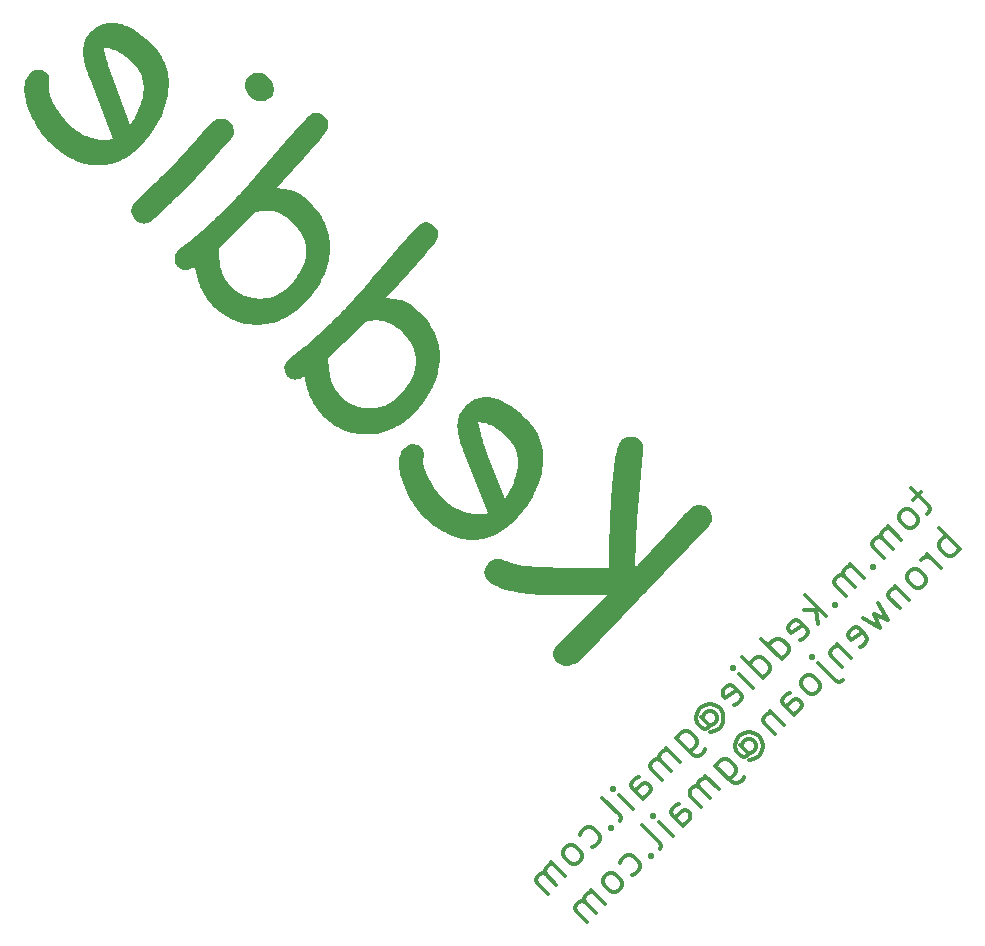
<source format=gbo>
G04 #@! TF.GenerationSoftware,KiCad,Pcbnew,7.0.7*
G04 #@! TF.CreationDate,2023-09-12T20:46:13-07:00*
G04 #@! TF.ProjectId,baggage-label,62616767-6167-4652-9d6c-6162656c2e6b,rev?*
G04 #@! TF.SameCoordinates,Original*
G04 #@! TF.FileFunction,Legend,Bot*
G04 #@! TF.FilePolarity,Positive*
%FSLAX46Y46*%
G04 Gerber Fmt 4.6, Leading zero omitted, Abs format (unit mm)*
G04 Created by KiCad (PCBNEW 7.0.7) date 2023-09-12 20:46:13*
%MOMM*%
%LPD*%
G01*
G04 APERTURE LIST*
%ADD10C,0.150000*%
%ADD11C,0.300000*%
G04 APERTURE END LIST*
D10*
G36*
X104014127Y-115111908D02*
G01*
X104174096Y-115255427D01*
X104358330Y-115390310D01*
X104566829Y-115516558D01*
X104799593Y-115634170D01*
X105056622Y-115743148D01*
X105337917Y-115843490D01*
X105487664Y-115890423D01*
X105643477Y-115935197D01*
X105805356Y-115977812D01*
X105973302Y-116018268D01*
X106147313Y-116056566D01*
X106327392Y-116092704D01*
X106513536Y-116126684D01*
X106705747Y-116158505D01*
X106904024Y-116188167D01*
X107108367Y-116215671D01*
X107318777Y-116241015D01*
X107535253Y-116264201D01*
X107757795Y-116285228D01*
X107986403Y-116304096D01*
X108221078Y-116320805D01*
X108461819Y-116335356D01*
X108708626Y-116347747D01*
X108961500Y-116357980D01*
X109220440Y-116366054D01*
X109485446Y-116371969D01*
X114185806Y-116319467D01*
X114075275Y-116429999D01*
X109960732Y-120561121D01*
X109827422Y-120706331D01*
X109719711Y-120849744D01*
X109637597Y-120991360D01*
X109567932Y-121177386D01*
X109543775Y-121360217D01*
X109565126Y-121539852D01*
X109631984Y-121716293D01*
X109744351Y-121889538D01*
X109858491Y-122017376D01*
X110001850Y-122141576D01*
X110155598Y-122237845D01*
X110319736Y-122306186D01*
X110494264Y-122346596D01*
X110679180Y-122359077D01*
X110874486Y-122343628D01*
X110955518Y-122329628D01*
X111120789Y-122290135D01*
X111278100Y-122237284D01*
X111427450Y-122171076D01*
X111568839Y-122091510D01*
X111702268Y-121998586D01*
X111827736Y-121892304D01*
X111875694Y-121846052D01*
X111992392Y-121729143D01*
X112112441Y-121608462D01*
X112235842Y-121484009D01*
X112362595Y-121355783D01*
X112492699Y-121223785D01*
X112626155Y-121088014D01*
X112762962Y-120948470D01*
X112903121Y-120805154D01*
X113046631Y-120658065D01*
X113193493Y-120507204D01*
X113343707Y-120352570D01*
X113497272Y-120194164D01*
X113654188Y-120031985D01*
X113814457Y-119866034D01*
X113978076Y-119696310D01*
X114145048Y-119522814D01*
X114315371Y-119345545D01*
X114489045Y-119164503D01*
X114666072Y-118979689D01*
X114846449Y-118791102D01*
X115030178Y-118598743D01*
X115217259Y-118402612D01*
X115407692Y-118202707D01*
X115601476Y-117999031D01*
X115798611Y-117791581D01*
X115999098Y-117580359D01*
X116202937Y-117365365D01*
X116410127Y-117146598D01*
X116620669Y-116924059D01*
X116834563Y-116697747D01*
X117051807Y-116467662D01*
X117272404Y-116233805D01*
X117492995Y-115999613D01*
X117710224Y-115769215D01*
X117924090Y-115542612D01*
X118134594Y-115319803D01*
X118341736Y-115100787D01*
X118545515Y-114885566D01*
X118745932Y-114674139D01*
X118942987Y-114466507D01*
X119136679Y-114262668D01*
X119327009Y-114062623D01*
X119513977Y-113866373D01*
X119697582Y-113673917D01*
X119877824Y-113485255D01*
X120054705Y-113300386D01*
X120228223Y-113119313D01*
X120398379Y-112942033D01*
X120565172Y-112768547D01*
X120728603Y-112598856D01*
X120888671Y-112432958D01*
X121045378Y-112270855D01*
X121198721Y-112112546D01*
X121348703Y-111958031D01*
X121495322Y-111807310D01*
X121638579Y-111660383D01*
X121778473Y-111517251D01*
X121915005Y-111377912D01*
X122048175Y-111242368D01*
X122177982Y-111110618D01*
X122304427Y-110982661D01*
X122427509Y-110858500D01*
X122547230Y-110738132D01*
X122663587Y-110621558D01*
X122778642Y-110490960D01*
X122870964Y-110352007D01*
X122940554Y-110204700D01*
X122987411Y-110049038D01*
X123011536Y-109885022D01*
X123014526Y-109828493D01*
X123008697Y-109661141D01*
X122978775Y-109503115D01*
X122924762Y-109354416D01*
X122846656Y-109215042D01*
X122744457Y-109084995D01*
X122705037Y-109043718D01*
X122575281Y-108930671D01*
X122436782Y-108842300D01*
X122289539Y-108778604D01*
X122133553Y-108739583D01*
X121968825Y-108725238D01*
X121911972Y-108725939D01*
X121745171Y-108742487D01*
X121586724Y-108781767D01*
X121436632Y-108843779D01*
X121294894Y-108928523D01*
X121161511Y-109036000D01*
X121118907Y-109076878D01*
X120969228Y-109228160D01*
X120806191Y-109396005D01*
X120690079Y-109517105D01*
X120568030Y-109645565D01*
X120440044Y-109781388D01*
X120306121Y-109924571D01*
X120166262Y-110075117D01*
X120020466Y-110233024D01*
X119868733Y-110398293D01*
X119711064Y-110570923D01*
X119547457Y-110750915D01*
X119377914Y-110938268D01*
X119202434Y-111132983D01*
X119021018Y-111335060D01*
X118833664Y-111544498D01*
X118653057Y-111747794D01*
X118477372Y-111944571D01*
X118306609Y-112134828D01*
X118140769Y-112318565D01*
X117979850Y-112495783D01*
X117823854Y-112666481D01*
X117672779Y-112830659D01*
X117526627Y-112988318D01*
X117385397Y-113139457D01*
X117249089Y-113284077D01*
X117117703Y-113422176D01*
X116991239Y-113553757D01*
X116869697Y-113678817D01*
X116753078Y-113797358D01*
X116641380Y-113909379D01*
X116534605Y-114014881D01*
X116533515Y-113753415D01*
X116534389Y-113485754D01*
X116537228Y-113211896D01*
X116542031Y-112931843D01*
X116548799Y-112645594D01*
X116557532Y-112353149D01*
X116568229Y-112054509D01*
X116580890Y-111749672D01*
X116595516Y-111438640D01*
X116603566Y-111280800D01*
X116612107Y-111121412D01*
X116621139Y-110960474D01*
X116630662Y-110797988D01*
X116640676Y-110633952D01*
X116651181Y-110468368D01*
X116662178Y-110301235D01*
X116673666Y-110132552D01*
X116685644Y-109962321D01*
X116698114Y-109790541D01*
X116711075Y-109617212D01*
X116724527Y-109442334D01*
X116738471Y-109265907D01*
X116752905Y-109087931D01*
X117206085Y-104174797D01*
X117212454Y-103999662D01*
X117200472Y-103836941D01*
X117161872Y-103658061D01*
X117096849Y-103497056D01*
X117005401Y-103353926D01*
X116929756Y-103268437D01*
X116807674Y-103163259D01*
X116673547Y-103079842D01*
X116527373Y-103018186D01*
X116369153Y-102978291D01*
X116198887Y-102960157D01*
X116139454Y-102958948D01*
X115962970Y-102970153D01*
X115796201Y-103005838D01*
X115639147Y-103066004D01*
X115491808Y-103150652D01*
X115354183Y-103259780D01*
X115310466Y-103301597D01*
X115213101Y-103434226D01*
X115119961Y-103633159D01*
X115060216Y-103802616D01*
X115002349Y-104001541D01*
X114946360Y-104229933D01*
X114892249Y-104487794D01*
X114840016Y-104775122D01*
X114814604Y-104929837D01*
X114789661Y-105091919D01*
X114765188Y-105261367D01*
X114741185Y-105438183D01*
X114717651Y-105622365D01*
X114694587Y-105813915D01*
X114671992Y-106012832D01*
X114649867Y-106219115D01*
X114628211Y-106432766D01*
X114607025Y-106653783D01*
X114586308Y-106882168D01*
X114566061Y-107117919D01*
X114546284Y-107361038D01*
X114526976Y-107611523D01*
X114508137Y-107869375D01*
X114489769Y-108134595D01*
X114478694Y-108318899D01*
X114467921Y-108503257D01*
X114457451Y-108687669D01*
X114447283Y-108872135D01*
X114437417Y-109056655D01*
X114427854Y-109241229D01*
X114418592Y-109425857D01*
X114409633Y-109610538D01*
X114400976Y-109795274D01*
X114392622Y-109980064D01*
X114384569Y-110164908D01*
X114376819Y-110349805D01*
X114369371Y-110534757D01*
X114362225Y-110719763D01*
X114355382Y-110904822D01*
X114348841Y-111089936D01*
X114342602Y-111275104D01*
X114336665Y-111460325D01*
X114331030Y-111645601D01*
X114325698Y-111830930D01*
X114320668Y-112016314D01*
X114315940Y-112201751D01*
X114311515Y-112387242D01*
X114307391Y-112572788D01*
X114303570Y-112758387D01*
X114300051Y-112944040D01*
X114296835Y-113129748D01*
X114293920Y-113315509D01*
X114291308Y-113501324D01*
X114288998Y-113687193D01*
X114286990Y-113873117D01*
X114285285Y-114059094D01*
X114036686Y-114065948D01*
X113773083Y-114071313D01*
X113494476Y-114075188D01*
X113200865Y-114077573D01*
X112892251Y-114078469D01*
X112732317Y-114078359D01*
X112568633Y-114077875D01*
X112401197Y-114077020D01*
X112230011Y-114075792D01*
X112055073Y-114074192D01*
X111876385Y-114072219D01*
X111693945Y-114069874D01*
X111507755Y-114067157D01*
X111317814Y-114064067D01*
X111124122Y-114060605D01*
X110926678Y-114056770D01*
X110725484Y-114052563D01*
X110520539Y-114047984D01*
X110311843Y-114043032D01*
X110099396Y-114037708D01*
X109883198Y-114032011D01*
X109663249Y-114025942D01*
X109439550Y-114019501D01*
X109212099Y-114012687D01*
X108980897Y-114005501D01*
X108745944Y-113997942D01*
X108507241Y-113990011D01*
X106998483Y-113868427D01*
X106802505Y-113841096D01*
X106609722Y-113806080D01*
X106420135Y-113763378D01*
X106233742Y-113712991D01*
X106050544Y-113654919D01*
X105870542Y-113589161D01*
X105693734Y-113515718D01*
X105520122Y-113434590D01*
X105368896Y-113366554D01*
X105173911Y-113302740D01*
X104986525Y-113269666D01*
X104806739Y-113267335D01*
X104634551Y-113295745D01*
X104469963Y-113354897D01*
X104312973Y-113444790D01*
X104163582Y-113565425D01*
X104127422Y-113600387D01*
X104019014Y-113724398D01*
X103928325Y-113861896D01*
X103855354Y-114012881D01*
X103800102Y-114177354D01*
X103776484Y-114277394D01*
X103755371Y-114459123D01*
X103764567Y-114629195D01*
X103804074Y-114787610D01*
X103873890Y-114934367D01*
X103974016Y-115069466D01*
X104014127Y-115111908D01*
G37*
G36*
X104001865Y-99617610D02*
G01*
X104183735Y-99631653D01*
X104368908Y-99658066D01*
X104557384Y-99696849D01*
X104749163Y-99748003D01*
X104906120Y-99798551D01*
X105063358Y-99856246D01*
X105220876Y-99921086D01*
X105378676Y-99993072D01*
X105536755Y-100072204D01*
X105695116Y-100158481D01*
X105853757Y-100251904D01*
X106012678Y-100352473D01*
X106171881Y-100460187D01*
X106331364Y-100575047D01*
X106491127Y-100697053D01*
X106651172Y-100826205D01*
X106811497Y-100962502D01*
X106972102Y-101105945D01*
X107132988Y-101256533D01*
X107294155Y-101414268D01*
X107403219Y-101526251D01*
X107608393Y-101754784D01*
X107796297Y-101989405D01*
X107966931Y-102230114D01*
X108120293Y-102476910D01*
X108256385Y-102729795D01*
X108375207Y-102988767D01*
X108476758Y-103253827D01*
X108561038Y-103524975D01*
X108628048Y-103802211D01*
X108677788Y-104085535D01*
X108710256Y-104374947D01*
X108725454Y-104670446D01*
X108723382Y-104972034D01*
X108704039Y-105279709D01*
X108687891Y-105435830D01*
X108667425Y-105593472D01*
X108642642Y-105752637D01*
X108587560Y-106044628D01*
X108519719Y-106334094D01*
X108439119Y-106621034D01*
X108345761Y-106905448D01*
X108239644Y-107187336D01*
X108120768Y-107466698D01*
X107989134Y-107743535D01*
X107844741Y-108017846D01*
X107767760Y-108154054D01*
X107687590Y-108289631D01*
X107604230Y-108424576D01*
X107517680Y-108558890D01*
X107427940Y-108692572D01*
X107335011Y-108825623D01*
X107238892Y-108958043D01*
X107139584Y-109089831D01*
X107037085Y-109220987D01*
X106931398Y-109351512D01*
X106822520Y-109481406D01*
X106710453Y-109610668D01*
X106595196Y-109739299D01*
X106476750Y-109867298D01*
X106355113Y-109994666D01*
X106230288Y-110121402D01*
X106009699Y-110332708D01*
X105785916Y-110528642D01*
X105558937Y-110709206D01*
X105328764Y-110874399D01*
X105095395Y-111024222D01*
X104858831Y-111158673D01*
X104619072Y-111277754D01*
X104376119Y-111381463D01*
X104129970Y-111469802D01*
X103880626Y-111542771D01*
X103628087Y-111600368D01*
X103372353Y-111642595D01*
X103113423Y-111669450D01*
X102851299Y-111680935D01*
X102585980Y-111677049D01*
X102317466Y-111657793D01*
X102072353Y-111625497D01*
X101828881Y-111581111D01*
X101587050Y-111524636D01*
X101346859Y-111456072D01*
X101108309Y-111375419D01*
X100871400Y-111282676D01*
X100636132Y-111177843D01*
X100402504Y-111060921D01*
X100170517Y-110931910D01*
X99940171Y-110790810D01*
X99711465Y-110637620D01*
X99484400Y-110472340D01*
X99258976Y-110294971D01*
X99035192Y-110105513D01*
X98813050Y-109903966D01*
X98592548Y-109690328D01*
X98453876Y-109547317D01*
X98319025Y-109399449D01*
X98187995Y-109246723D01*
X98060786Y-109089140D01*
X97937399Y-108926699D01*
X97817833Y-108759401D01*
X97702087Y-108587246D01*
X97590163Y-108410233D01*
X97482060Y-108228363D01*
X97377778Y-108041636D01*
X97277318Y-107850051D01*
X97180678Y-107653609D01*
X97087859Y-107452310D01*
X96998862Y-107246153D01*
X96913686Y-107035139D01*
X96832330Y-106819268D01*
X96746517Y-106568456D01*
X96673527Y-106326538D01*
X96613361Y-106093515D01*
X96566018Y-105869386D01*
X96531498Y-105654151D01*
X96509802Y-105447811D01*
X96500930Y-105250365D01*
X96504880Y-105061814D01*
X96521654Y-104882157D01*
X96551252Y-104711394D01*
X96593673Y-104549525D01*
X96648917Y-104396551D01*
X96716984Y-104252471D01*
X96797876Y-104117286D01*
X96891590Y-103990995D01*
X96998128Y-103873598D01*
X97091443Y-103790807D01*
X97233871Y-103698474D01*
X97390051Y-103633645D01*
X97559983Y-103596319D01*
X97716584Y-103586216D01*
X97821200Y-103589799D01*
X97992435Y-103616642D01*
X98148597Y-103669665D01*
X98289684Y-103748869D01*
X98415697Y-103854255D01*
X98514236Y-103980967D01*
X98581883Y-104133132D01*
X98618637Y-104310749D01*
X98625667Y-104478206D01*
X98611243Y-104663338D01*
X98584258Y-104824171D01*
X98570484Y-104908688D01*
X98561849Y-105089511D01*
X98578429Y-105286051D01*
X98607411Y-105443769D01*
X98650577Y-105610327D01*
X98707926Y-105785726D01*
X98779458Y-105969965D01*
X98865174Y-106163045D01*
X98965074Y-106364965D01*
X99039553Y-106504490D01*
X99120336Y-106647944D01*
X99219864Y-106816607D01*
X99319488Y-106978567D01*
X99419209Y-107133824D01*
X99519028Y-107282378D01*
X99618943Y-107424229D01*
X99718956Y-107559377D01*
X99819066Y-107687821D01*
X99919273Y-107809563D01*
X100053034Y-107961457D01*
X100186967Y-108101435D01*
X100295124Y-108207153D01*
X100458817Y-108358038D01*
X100624258Y-108499695D01*
X100791448Y-108632122D01*
X100960387Y-108755321D01*
X101131074Y-108869291D01*
X101303510Y-108974031D01*
X101477695Y-109069543D01*
X101653628Y-109155826D01*
X101831310Y-109232879D01*
X102010740Y-109300704D01*
X102131310Y-109340146D01*
X102313542Y-109391780D01*
X102497425Y-109434379D01*
X102682960Y-109467943D01*
X102870146Y-109492472D01*
X103058983Y-109507967D01*
X103249472Y-109514428D01*
X103441613Y-109511853D01*
X103635405Y-109500244D01*
X103830849Y-109479600D01*
X104027944Y-109449922D01*
X102364442Y-105177872D01*
X102277614Y-104956506D01*
X102195363Y-104744208D01*
X102117688Y-104540976D01*
X102044591Y-104346812D01*
X101976070Y-104161714D01*
X101912125Y-103985684D01*
X101852758Y-103818721D01*
X101797967Y-103660825D01*
X101724362Y-103440981D01*
X101661054Y-103241538D01*
X101608044Y-103062496D01*
X101565332Y-102903855D01*
X101524401Y-102724068D01*
X101510719Y-102629625D01*
X101489347Y-102445046D01*
X101475962Y-102266209D01*
X101470565Y-102093115D01*
X101473156Y-101925763D01*
X101483734Y-101764154D01*
X101490953Y-101709940D01*
X103251459Y-101709940D01*
X103281469Y-101918976D01*
X103322797Y-102145061D01*
X103356636Y-102305257D01*
X103395506Y-102473030D01*
X103439406Y-102648380D01*
X103488335Y-102831308D01*
X103542295Y-103021813D01*
X103601285Y-103219896D01*
X103665305Y-103425556D01*
X103734355Y-103638794D01*
X103808435Y-103859609D01*
X103887545Y-104088001D01*
X103971685Y-104323972D01*
X104060855Y-104567519D01*
X104155055Y-104818644D01*
X105486962Y-108256180D01*
X105615649Y-108047616D01*
X105736436Y-107841945D01*
X105849320Y-107639167D01*
X105954304Y-107439281D01*
X106051386Y-107242289D01*
X106140567Y-107048189D01*
X106221847Y-106856982D01*
X106295225Y-106668668D01*
X106360702Y-106483247D01*
X106418278Y-106300719D01*
X106467952Y-106121083D01*
X106509726Y-105944340D01*
X106543598Y-105770490D01*
X106569568Y-105599533D01*
X106587638Y-105431469D01*
X106597806Y-105266297D01*
X106600461Y-105103652D01*
X106595301Y-104943856D01*
X106582327Y-104786909D01*
X106548212Y-104556833D01*
X106496514Y-104333168D01*
X106427232Y-104115915D01*
X106340366Y-103905074D01*
X106235917Y-103700644D01*
X106113884Y-103502626D01*
X106022760Y-103374176D01*
X105923821Y-103248576D01*
X105817068Y-103125825D01*
X105702499Y-103005924D01*
X105551738Y-102859675D01*
X105400652Y-102722125D01*
X105249243Y-102593276D01*
X105097511Y-102473127D01*
X104945454Y-102361678D01*
X104793073Y-102258929D01*
X104640369Y-102164879D01*
X104487341Y-102079530D01*
X104333989Y-102002881D01*
X104180313Y-101934933D01*
X104026314Y-101875684D01*
X103871990Y-101825135D01*
X103717343Y-101783286D01*
X103562372Y-101750137D01*
X103407077Y-101725689D01*
X103251459Y-101709940D01*
X101490953Y-101709940D01*
X101514578Y-101532507D01*
X101563395Y-101313780D01*
X101630183Y-101107974D01*
X101714944Y-100915089D01*
X101817677Y-100735124D01*
X101938382Y-100568080D01*
X102077059Y-100413956D01*
X102219293Y-100279558D01*
X102364830Y-100157531D01*
X102513670Y-100047874D01*
X102665813Y-99950586D01*
X102821259Y-99865669D01*
X102980008Y-99793122D01*
X103142060Y-99732945D01*
X103307415Y-99685138D01*
X103476073Y-99649701D01*
X103648034Y-99626634D01*
X103823298Y-99615937D01*
X104001865Y-99617610D01*
G37*
G36*
X99071806Y-84849884D02*
G01*
X99251420Y-84935546D01*
X99385224Y-85029714D01*
X99518251Y-85149529D01*
X99589578Y-85226210D01*
X99704255Y-85383718D01*
X99781627Y-85546752D01*
X99821695Y-85715313D01*
X99824458Y-85889400D01*
X99789917Y-86069014D01*
X99718071Y-86254155D01*
X99639706Y-86396637D01*
X99540357Y-86542228D01*
X99409964Y-86709602D01*
X99262646Y-86893253D01*
X99098403Y-87093181D01*
X98917234Y-87309387D01*
X98719141Y-87541871D01*
X98613747Y-87664217D01*
X98504122Y-87790632D01*
X98390266Y-87921117D01*
X98272178Y-88055671D01*
X98149860Y-88194294D01*
X98023309Y-88336987D01*
X97892528Y-88483749D01*
X97757515Y-88634580D01*
X97618271Y-88789481D01*
X97474796Y-88948451D01*
X97327089Y-89111491D01*
X97175151Y-89278600D01*
X97018982Y-89449779D01*
X96858582Y-89625026D01*
X96693950Y-89804343D01*
X96525087Y-89987730D01*
X96351992Y-90175186D01*
X96174667Y-90366711D01*
X95993110Y-90562306D01*
X95807322Y-90761970D01*
X95617302Y-90965703D01*
X95423051Y-91173506D01*
X96688639Y-91366937D01*
X96833866Y-91412410D01*
X96981473Y-91470074D01*
X97131459Y-91539931D01*
X97283826Y-91621980D01*
X97438573Y-91716221D01*
X97595701Y-91822653D01*
X97755208Y-91941278D01*
X97917095Y-92072094D01*
X98081363Y-92215103D01*
X98248010Y-92370303D01*
X98360431Y-92480544D01*
X98572309Y-92702222D01*
X98769269Y-92928586D01*
X98951311Y-93159633D01*
X99118437Y-93395366D01*
X99270644Y-93635783D01*
X99407935Y-93880885D01*
X99530308Y-94130672D01*
X99637763Y-94385143D01*
X99730301Y-94644299D01*
X99807921Y-94908139D01*
X99870624Y-95176664D01*
X99918410Y-95449874D01*
X99951278Y-95727768D01*
X99969228Y-96010347D01*
X99972262Y-96297611D01*
X99960377Y-96589559D01*
X99948822Y-96736440D01*
X99914411Y-97028615D01*
X99864930Y-97318675D01*
X99800382Y-97606618D01*
X99720764Y-97892446D01*
X99626078Y-98176159D01*
X99516324Y-98457755D01*
X99391501Y-98737237D01*
X99251609Y-99014602D01*
X99176012Y-99152491D01*
X99096649Y-99289852D01*
X99013518Y-99426683D01*
X98926620Y-99562986D01*
X98835955Y-99698760D01*
X98741522Y-99834005D01*
X98643323Y-99968720D01*
X98541357Y-100102907D01*
X98435623Y-100236566D01*
X98326122Y-100369695D01*
X98212854Y-100502295D01*
X98095819Y-100634366D01*
X97975016Y-100765909D01*
X97850447Y-100896922D01*
X97722110Y-101027407D01*
X97505095Y-101235917D01*
X97284431Y-101431063D01*
X97060118Y-101612847D01*
X96832158Y-101781268D01*
X96600548Y-101936325D01*
X96365291Y-102078019D01*
X96126385Y-102206350D01*
X95883830Y-102321319D01*
X95637627Y-102422923D01*
X95387776Y-102511165D01*
X95134276Y-102586044D01*
X94877128Y-102647560D01*
X94616332Y-102695712D01*
X94351887Y-102730502D01*
X94083794Y-102751928D01*
X93812052Y-102759991D01*
X93547780Y-102756051D01*
X93287588Y-102739396D01*
X93031476Y-102710025D01*
X92779444Y-102667939D01*
X92531492Y-102613137D01*
X92287621Y-102545620D01*
X92047830Y-102465388D01*
X91812119Y-102372439D01*
X91580488Y-102266776D01*
X91352937Y-102148397D01*
X91129467Y-102017302D01*
X90910077Y-101873492D01*
X90694767Y-101716967D01*
X90483537Y-101547726D01*
X90276387Y-101365770D01*
X90073317Y-101171098D01*
X89992577Y-101088523D01*
X89875677Y-100961989D01*
X89763828Y-100832249D01*
X89657032Y-100699304D01*
X89555286Y-100563152D01*
X89458593Y-100423795D01*
X89366951Y-100281232D01*
X89280360Y-100135463D01*
X89198821Y-99986488D01*
X89122334Y-99834307D01*
X89050899Y-99678920D01*
X89005488Y-99574077D01*
X88940651Y-99414829D01*
X88879748Y-99253200D01*
X88822779Y-99089192D01*
X88769745Y-98922804D01*
X88720645Y-98754035D01*
X88675480Y-98582886D01*
X88634249Y-98409357D01*
X88596953Y-98233448D01*
X88563591Y-98055159D01*
X88534163Y-97874490D01*
X88419854Y-97930166D01*
X88254947Y-97999675D01*
X88097909Y-98052377D01*
X87900765Y-98096504D01*
X87717610Y-98110752D01*
X87548445Y-98095122D01*
X87393269Y-98049614D01*
X87252082Y-97974228D01*
X87124884Y-97868964D01*
X87057313Y-97795089D01*
X86959634Y-97656042D01*
X86888137Y-97504565D01*
X86842821Y-97340659D01*
X86823685Y-97164324D01*
X86826465Y-97035766D01*
X86857104Y-96864852D01*
X86918949Y-96704517D01*
X86983777Y-96600181D01*
X90537550Y-96600181D01*
X90545840Y-96763647D01*
X90553105Y-96830678D01*
X90575027Y-97023742D01*
X90597145Y-97204759D01*
X90619456Y-97373730D01*
X90641962Y-97530655D01*
X90672272Y-97721149D01*
X90702927Y-97890228D01*
X90741732Y-98071461D01*
X90789010Y-98244771D01*
X90851054Y-98414325D01*
X90926656Y-98583102D01*
X91015816Y-98751102D01*
X91118533Y-98918324D01*
X91234807Y-99084769D01*
X91330909Y-99209093D01*
X91434638Y-99332980D01*
X91545993Y-99456429D01*
X91664974Y-99579442D01*
X91785900Y-99694971D01*
X91910345Y-99803225D01*
X92038310Y-99904204D01*
X92169793Y-99997908D01*
X92304795Y-100084336D01*
X92443315Y-100163489D01*
X92585355Y-100235367D01*
X92730914Y-100299970D01*
X92879991Y-100357298D01*
X93032587Y-100407350D01*
X93188703Y-100450127D01*
X93348337Y-100485629D01*
X93511490Y-100513855D01*
X93678162Y-100534807D01*
X93848352Y-100548483D01*
X94022062Y-100554884D01*
X94195459Y-100553481D01*
X94365401Y-100544435D01*
X94531889Y-100527747D01*
X94694924Y-100503418D01*
X94854504Y-100471445D01*
X95010630Y-100431831D01*
X95163302Y-100384574D01*
X95312520Y-100329676D01*
X95458283Y-100267134D01*
X95600593Y-100196951D01*
X95739448Y-100119126D01*
X95874850Y-100033658D01*
X96006797Y-99940548D01*
X96135290Y-99839796D01*
X96260329Y-99731401D01*
X96381914Y-99615364D01*
X96562272Y-99429911D01*
X96731686Y-99245213D01*
X96890154Y-99061270D01*
X97037677Y-98878084D01*
X97174255Y-98695652D01*
X97299888Y-98513977D01*
X97414575Y-98333056D01*
X97518318Y-98152892D01*
X97611115Y-97973483D01*
X97692966Y-97794830D01*
X97763873Y-97616932D01*
X97823834Y-97439790D01*
X97872850Y-97263403D01*
X97910921Y-97087772D01*
X97938047Y-96912897D01*
X97954227Y-96738777D01*
X97959829Y-96565024D01*
X97954529Y-96391941D01*
X97938327Y-96219526D01*
X97911223Y-96047781D01*
X97873217Y-95876705D01*
X97824309Y-95706299D01*
X97764499Y-95536561D01*
X97693787Y-95367493D01*
X97612172Y-95199094D01*
X97519656Y-95031365D01*
X97416238Y-94864304D01*
X97301917Y-94697913D01*
X97176695Y-94532191D01*
X97040570Y-94367138D01*
X96893544Y-94202755D01*
X96735615Y-94039040D01*
X96649877Y-93955656D01*
X96519692Y-93837825D01*
X96387613Y-93728688D01*
X96253639Y-93628246D01*
X96117771Y-93536499D01*
X95980008Y-93453446D01*
X95840352Y-93379089D01*
X95651196Y-93293470D01*
X95458672Y-93223308D01*
X95262780Y-93168603D01*
X95163248Y-93146724D01*
X94961786Y-93114687D01*
X94757130Y-93098280D01*
X94549279Y-93097503D01*
X94391293Y-93107177D01*
X94231511Y-93125643D01*
X94069931Y-93152901D01*
X93906554Y-93188950D01*
X93741380Y-93233792D01*
X93574409Y-93287425D01*
X92712261Y-94177205D01*
X91858404Y-95047642D01*
X90551367Y-96310467D01*
X90540875Y-96443510D01*
X90537550Y-96600181D01*
X86983777Y-96600181D01*
X87011999Y-96554759D01*
X87116594Y-96434815D01*
X87181389Y-96374581D01*
X87307262Y-96271781D01*
X87405491Y-96203133D01*
X87607923Y-96057045D01*
X87818322Y-95899235D01*
X88036687Y-95729703D01*
X88263018Y-95548448D01*
X88497315Y-95355471D01*
X88617451Y-95254587D01*
X88739578Y-95150772D01*
X88863697Y-95044026D01*
X88989807Y-94934350D01*
X89117909Y-94821743D01*
X89248002Y-94706206D01*
X89380087Y-94587737D01*
X89514163Y-94466339D01*
X89650231Y-94342010D01*
X89788291Y-94214750D01*
X89928341Y-94084559D01*
X90070384Y-93951438D01*
X90214418Y-93815386D01*
X90360443Y-93676404D01*
X90508460Y-93534491D01*
X90658469Y-93389648D01*
X90810469Y-93241874D01*
X90964460Y-93091169D01*
X91120443Y-92937534D01*
X91278418Y-92780968D01*
X91438384Y-92621471D01*
X91580315Y-92478806D01*
X91721492Y-92335428D01*
X91861912Y-92191337D01*
X92001577Y-92046534D01*
X92140487Y-91901019D01*
X92278640Y-91754791D01*
X92416039Y-91607850D01*
X92552681Y-91460198D01*
X92688568Y-91311833D01*
X92823700Y-91162755D01*
X92958076Y-91012965D01*
X93091696Y-90862463D01*
X93224561Y-90711248D01*
X93356670Y-90559321D01*
X93488023Y-90406682D01*
X93618621Y-90253330D01*
X93826740Y-90007130D01*
X94030384Y-89766613D01*
X94229554Y-89531779D01*
X94424251Y-89302628D01*
X94614472Y-89079160D01*
X94800220Y-88861375D01*
X94981494Y-88649274D01*
X95158293Y-88442855D01*
X95330619Y-88242120D01*
X95498470Y-88047068D01*
X95661847Y-87857698D01*
X95820749Y-87674012D01*
X95975178Y-87496009D01*
X96125133Y-87323689D01*
X96270613Y-87157053D01*
X96411619Y-86996099D01*
X96548151Y-86840828D01*
X96680209Y-86691241D01*
X96807793Y-86547337D01*
X96930902Y-86409115D01*
X97049538Y-86276577D01*
X97163699Y-86149722D01*
X97378599Y-85913061D01*
X97575602Y-85699133D01*
X97754709Y-85507937D01*
X97915919Y-85339473D01*
X98059232Y-85193742D01*
X98199771Y-85065637D01*
X98339534Y-84963179D01*
X98524674Y-84866464D01*
X98708433Y-84815343D01*
X98890810Y-84809817D01*
X99071806Y-84849884D01*
G37*
G36*
X89776091Y-75554169D02*
G01*
X89955705Y-75639831D01*
X90089508Y-75733999D01*
X90222535Y-75853813D01*
X90293862Y-75930495D01*
X90408539Y-76088002D01*
X90485911Y-76251037D01*
X90525979Y-76419597D01*
X90528742Y-76593685D01*
X90494201Y-76773299D01*
X90422356Y-76958439D01*
X90343990Y-77100922D01*
X90244641Y-77246513D01*
X90114248Y-77413886D01*
X89966930Y-77597537D01*
X89802687Y-77797466D01*
X89621519Y-78013672D01*
X89423425Y-78246155D01*
X89318032Y-78368501D01*
X89208407Y-78494916D01*
X89094550Y-78625401D01*
X88976463Y-78759955D01*
X88854144Y-78898578D01*
X88727594Y-79041271D01*
X88596812Y-79188033D01*
X88461800Y-79338865D01*
X88322556Y-79493766D01*
X88179080Y-79652736D01*
X88031374Y-79815776D01*
X87879436Y-79982885D01*
X87723267Y-80154063D01*
X87562866Y-80329311D01*
X87398234Y-80508628D01*
X87229371Y-80692014D01*
X87056277Y-80879470D01*
X86878951Y-81070996D01*
X86697394Y-81266590D01*
X86511606Y-81466254D01*
X86321586Y-81669988D01*
X86127336Y-81877791D01*
X87392924Y-82071221D01*
X87538150Y-82116694D01*
X87685757Y-82174359D01*
X87835744Y-82244216D01*
X87988111Y-82326264D01*
X88142858Y-82420505D01*
X88299985Y-82526938D01*
X88459492Y-82645562D01*
X88621380Y-82776379D01*
X88785647Y-82919387D01*
X88952295Y-83074588D01*
X89064715Y-83184828D01*
X89276593Y-83406507D01*
X89473553Y-83632870D01*
X89655596Y-83863918D01*
X89822721Y-84099650D01*
X89974929Y-84340068D01*
X90112219Y-84585170D01*
X90234592Y-84834956D01*
X90342047Y-85089427D01*
X90434585Y-85348583D01*
X90512206Y-85612424D01*
X90574909Y-85880949D01*
X90622694Y-86154158D01*
X90655562Y-86432053D01*
X90673513Y-86714632D01*
X90676546Y-87001895D01*
X90664662Y-87293844D01*
X90653107Y-87440725D01*
X90618695Y-87732900D01*
X90569215Y-88022959D01*
X90504666Y-88310903D01*
X90425049Y-88596731D01*
X90330363Y-88880443D01*
X90220608Y-89162040D01*
X90095785Y-89441521D01*
X89955893Y-89718886D01*
X89880297Y-89856776D01*
X89800933Y-89994136D01*
X89717802Y-90130968D01*
X89630904Y-90267270D01*
X89540239Y-90403044D01*
X89445807Y-90538289D01*
X89347608Y-90673005D01*
X89245641Y-90807192D01*
X89139907Y-90940850D01*
X89030406Y-91073979D01*
X88917138Y-91206579D01*
X88800103Y-91338651D01*
X88679301Y-91470193D01*
X88554732Y-91601207D01*
X88426395Y-91731691D01*
X88209379Y-91940201D01*
X87988715Y-92135348D01*
X87764403Y-92317132D01*
X87536442Y-92485552D01*
X87304833Y-92640609D01*
X87069575Y-92782304D01*
X86830669Y-92910635D01*
X86588115Y-93025603D01*
X86341912Y-93127208D01*
X86092061Y-93215450D01*
X85838561Y-93290329D01*
X85581413Y-93351844D01*
X85320616Y-93399997D01*
X85056171Y-93434786D01*
X84788078Y-93456212D01*
X84516336Y-93464276D01*
X84252064Y-93460336D01*
X83991872Y-93443680D01*
X83735760Y-93414310D01*
X83483728Y-93372223D01*
X83235777Y-93317422D01*
X82991906Y-93249905D01*
X82752114Y-93169672D01*
X82516403Y-93076724D01*
X82284773Y-92971060D01*
X82057222Y-92852681D01*
X81833751Y-92721587D01*
X81614361Y-92577777D01*
X81399051Y-92421252D01*
X81187821Y-92252011D01*
X80980671Y-92070054D01*
X80777602Y-91875383D01*
X80696862Y-91792808D01*
X80579961Y-91666274D01*
X80468113Y-91536534D01*
X80361316Y-91403588D01*
X80259571Y-91267437D01*
X80162877Y-91128079D01*
X80071235Y-90985516D01*
X79984645Y-90839747D01*
X79903106Y-90690772D01*
X79826619Y-90538591D01*
X79755183Y-90383205D01*
X79709773Y-90278361D01*
X79644935Y-90119113D01*
X79584032Y-89957485D01*
X79527063Y-89793476D01*
X79474029Y-89627088D01*
X79424930Y-89458319D01*
X79379764Y-89287171D01*
X79338533Y-89113642D01*
X79301237Y-88937733D01*
X79267875Y-88759444D01*
X79238448Y-88578775D01*
X79124138Y-88634451D01*
X78959231Y-88703959D01*
X78802193Y-88756662D01*
X78605049Y-88800788D01*
X78421895Y-88815036D01*
X78252730Y-88799406D01*
X78097553Y-88753898D01*
X77956366Y-88678512D01*
X77829169Y-88573248D01*
X77761598Y-88499373D01*
X77663919Y-88360326D01*
X77592421Y-88208850D01*
X77547105Y-88044944D01*
X77527970Y-87868609D01*
X77530749Y-87740051D01*
X77561388Y-87569137D01*
X77623233Y-87408801D01*
X77688062Y-87304465D01*
X81241835Y-87304465D01*
X81250125Y-87467931D01*
X81257389Y-87534963D01*
X81279312Y-87728026D01*
X81301429Y-87909043D01*
X81323740Y-88078014D01*
X81346246Y-88234939D01*
X81376556Y-88425434D01*
X81407211Y-88594513D01*
X81446016Y-88775746D01*
X81493294Y-88949056D01*
X81555339Y-89118610D01*
X81630941Y-89287387D01*
X81720100Y-89455386D01*
X81822817Y-89622608D01*
X81939091Y-89789054D01*
X82035194Y-89913377D01*
X82138923Y-90037264D01*
X82250277Y-90160714D01*
X82369258Y-90283726D01*
X82490184Y-90399255D01*
X82614630Y-90507510D01*
X82742594Y-90608489D01*
X82874077Y-90702192D01*
X83009079Y-90788621D01*
X83147600Y-90867774D01*
X83289639Y-90939652D01*
X83435198Y-91004255D01*
X83584276Y-91061582D01*
X83736872Y-91111634D01*
X83892987Y-91154411D01*
X84052621Y-91189913D01*
X84215774Y-91218140D01*
X84382446Y-91239091D01*
X84552637Y-91252767D01*
X84726346Y-91259168D01*
X84899743Y-91257765D01*
X85069686Y-91248720D01*
X85236174Y-91232032D01*
X85399208Y-91207702D01*
X85558788Y-91175730D01*
X85714914Y-91136115D01*
X85867586Y-91088859D01*
X86016804Y-91033960D01*
X86162568Y-90971419D01*
X86304877Y-90901236D01*
X86443733Y-90823410D01*
X86579134Y-90737942D01*
X86711081Y-90644832D01*
X86839574Y-90544080D01*
X86964613Y-90435686D01*
X87086198Y-90319649D01*
X87266557Y-90134195D01*
X87435970Y-89949497D01*
X87594439Y-89765555D01*
X87741962Y-89582368D01*
X87878540Y-89399937D01*
X88004172Y-89218261D01*
X88118860Y-89037341D01*
X88222602Y-88857176D01*
X88315399Y-88677768D01*
X88397251Y-88499114D01*
X88468157Y-88321216D01*
X88528119Y-88144074D01*
X88577135Y-87967688D01*
X88615206Y-87792057D01*
X88642331Y-87617181D01*
X88658511Y-87443062D01*
X88664114Y-87269309D01*
X88658814Y-87096225D01*
X88642612Y-86923811D01*
X88615508Y-86752066D01*
X88577502Y-86580990D01*
X88528594Y-86410583D01*
X88468783Y-86240846D01*
X88398071Y-86071778D01*
X88316457Y-85903379D01*
X88223941Y-85735649D01*
X88120522Y-85568589D01*
X88006202Y-85402197D01*
X87880979Y-85236475D01*
X87744855Y-85071423D01*
X87597828Y-84907039D01*
X87439900Y-84743325D01*
X87354162Y-84659940D01*
X87223977Y-84542109D01*
X87091897Y-84432973D01*
X86957924Y-84332531D01*
X86822055Y-84240783D01*
X86684293Y-84157731D01*
X86544636Y-84083373D01*
X86355480Y-83997754D01*
X86162956Y-83927592D01*
X85967065Y-83872888D01*
X85867532Y-83851008D01*
X85666071Y-83818971D01*
X85461415Y-83802564D01*
X85253563Y-83801787D01*
X85095578Y-83811461D01*
X84935795Y-83829927D01*
X84774216Y-83857185D01*
X84610839Y-83893235D01*
X84445664Y-83938076D01*
X84278693Y-83991709D01*
X83416546Y-84881490D01*
X82562689Y-85751927D01*
X81255651Y-87014751D01*
X81245159Y-87147794D01*
X81241835Y-87304465D01*
X77688062Y-87304465D01*
X77716284Y-87259044D01*
X77820879Y-87139099D01*
X77885673Y-87078866D01*
X78011546Y-86976065D01*
X78109775Y-86907417D01*
X78312208Y-86761330D01*
X78522607Y-86603520D01*
X78740971Y-86433988D01*
X78967302Y-86252733D01*
X79201599Y-86059756D01*
X79321735Y-85958871D01*
X79443862Y-85855056D01*
X79567981Y-85748311D01*
X79694091Y-85638634D01*
X79822193Y-85526027D01*
X79952287Y-85410490D01*
X80084371Y-85292022D01*
X80218448Y-85170623D01*
X80354516Y-85046294D01*
X80492575Y-84919034D01*
X80632626Y-84788844D01*
X80774668Y-84655723D01*
X80918702Y-84519671D01*
X81064728Y-84380689D01*
X81212745Y-84238776D01*
X81362753Y-84093932D01*
X81514753Y-83946158D01*
X81668745Y-83795454D01*
X81824728Y-83641818D01*
X81982702Y-83485252D01*
X82142668Y-83325756D01*
X82284600Y-83183090D01*
X82425776Y-83039712D01*
X82566197Y-82895621D01*
X82705862Y-82750818D01*
X82844771Y-82605303D01*
X82982925Y-82459075D01*
X83120323Y-82312135D01*
X83256966Y-82164482D01*
X83392853Y-82016117D01*
X83527984Y-81867040D01*
X83662360Y-81717250D01*
X83795980Y-81566748D01*
X83928845Y-81415533D01*
X84060954Y-81263606D01*
X84192308Y-81110966D01*
X84322906Y-80957614D01*
X84531024Y-80711414D01*
X84734669Y-80470897D01*
X84933839Y-80236063D01*
X85128535Y-80006912D01*
X85318757Y-79783444D01*
X85504505Y-79565660D01*
X85685778Y-79353558D01*
X85862578Y-79147140D01*
X86034903Y-78946404D01*
X86202754Y-78751352D01*
X86366131Y-78561983D01*
X86525034Y-78378297D01*
X86679463Y-78200294D01*
X86829417Y-78027974D01*
X86974897Y-77861337D01*
X87115904Y-77700383D01*
X87252436Y-77545113D01*
X87384493Y-77395525D01*
X87512077Y-77251621D01*
X87635187Y-77113400D01*
X87753822Y-76980862D01*
X87867983Y-76854006D01*
X88082883Y-76617346D01*
X88279886Y-76403417D01*
X88458993Y-76212221D01*
X88620203Y-76043757D01*
X88763517Y-75898026D01*
X88904056Y-75769922D01*
X89043818Y-75667464D01*
X89228959Y-75570749D01*
X89412718Y-75519628D01*
X89595095Y-75514101D01*
X89776091Y-75554169D01*
G37*
G36*
X83905649Y-74135045D02*
G01*
X84025463Y-74243526D01*
X84151754Y-74335816D01*
X84311853Y-74425191D01*
X84481277Y-74491251D01*
X84660027Y-74533996D01*
X84784376Y-74549539D01*
X84967789Y-74550187D01*
X85138768Y-74525188D01*
X85297312Y-74474542D01*
X85443421Y-74398249D01*
X85577095Y-74296309D01*
X85618890Y-74256630D01*
X85729281Y-74127198D01*
X85813832Y-73985525D01*
X85872541Y-73831612D01*
X85905409Y-73665458D01*
X85912436Y-73487064D01*
X85909036Y-73424879D01*
X85888783Y-73269296D01*
X85842930Y-73091322D01*
X85773567Y-72922870D01*
X85680694Y-72763937D01*
X85585342Y-72638766D01*
X85497305Y-72543389D01*
X85377558Y-72435111D01*
X85225490Y-72327083D01*
X85064291Y-72242954D01*
X84893960Y-72182723D01*
X84714497Y-72146390D01*
X84621341Y-72137185D01*
X84439806Y-72136537D01*
X84270317Y-72161537D01*
X84112874Y-72212183D01*
X83967477Y-72288475D01*
X83834127Y-72390415D01*
X83792354Y-72430094D01*
X83681768Y-72559526D01*
X83596635Y-72701199D01*
X83536954Y-72855112D01*
X83502726Y-73021266D01*
X83493950Y-73199660D01*
X83496681Y-73261845D01*
X83522004Y-73444935D01*
X83571031Y-73619087D01*
X83643762Y-73784302D01*
X83740196Y-73940579D01*
X83838666Y-74063982D01*
X83905649Y-74135045D01*
G37*
G36*
X77102423Y-80236395D02*
G01*
X76976520Y-80361520D01*
X76835074Y-80500635D01*
X76718789Y-80614151D01*
X76593761Y-80735536D01*
X76459990Y-80864790D01*
X76317475Y-81001913D01*
X76166217Y-81146905D01*
X76006216Y-81299766D01*
X75837472Y-81460496D01*
X75720118Y-81572021D01*
X75659984Y-81629094D01*
X75540342Y-81742044D01*
X75424586Y-81851539D01*
X75258238Y-82009306D01*
X75100633Y-82159301D01*
X74951772Y-82301524D01*
X74811653Y-82435976D01*
X74680278Y-82562655D01*
X74557646Y-82681563D01*
X74443758Y-82792700D01*
X74305507Y-82928792D01*
X74212019Y-83021794D01*
X74093305Y-83155274D01*
X73998296Y-83294583D01*
X73926990Y-83439720D01*
X73879388Y-83590687D01*
X73855489Y-83747482D01*
X73852791Y-83801042D01*
X73861081Y-83959586D01*
X73902185Y-84136696D01*
X73964359Y-84281769D01*
X74051403Y-84420624D01*
X74163316Y-84553262D01*
X74184386Y-84574764D01*
X74312426Y-84687260D01*
X74447849Y-84776053D01*
X74590655Y-84841141D01*
X74766593Y-84887119D01*
X74925396Y-84900849D01*
X74952581Y-84900833D01*
X75112259Y-84885775D01*
X75265913Y-84846819D01*
X75413544Y-84783965D01*
X75555152Y-84697212D01*
X75690737Y-84586562D01*
X75734593Y-84544368D01*
X75861186Y-84418638D01*
X76003323Y-84279092D01*
X76120126Y-84165365D01*
X76245673Y-84043867D01*
X76379962Y-83914596D01*
X76522995Y-83777554D01*
X76674771Y-83632740D01*
X76835290Y-83480155D01*
X77004553Y-83319798D01*
X77122252Y-83208575D01*
X77182558Y-83151668D01*
X77302189Y-83038730D01*
X77417913Y-82929267D01*
X77584172Y-82771589D01*
X77741639Y-82621732D01*
X77890315Y-82479695D01*
X78030198Y-82345478D01*
X78161290Y-82219082D01*
X78283590Y-82100506D01*
X78397098Y-81989750D01*
X78534766Y-81854241D01*
X78627760Y-81761732D01*
X78769684Y-81618449D01*
X78916708Y-81467345D01*
X79068832Y-81308420D01*
X79226056Y-81141676D01*
X79333706Y-81026168D01*
X79443622Y-80907184D01*
X79555805Y-80784725D01*
X79670255Y-80658790D01*
X79786972Y-80529380D01*
X79905956Y-80396493D01*
X80027206Y-80260131D01*
X80150723Y-80120294D01*
X80276507Y-79976980D01*
X80404557Y-79830191D01*
X80532273Y-79683067D01*
X80657744Y-79539441D01*
X80780969Y-79399312D01*
X80901950Y-79262680D01*
X81020685Y-79129545D01*
X81137175Y-78999908D01*
X81251420Y-78873768D01*
X81363420Y-78751125D01*
X81473174Y-78631980D01*
X81580683Y-78516332D01*
X81737738Y-78349417D01*
X81889740Y-78190371D01*
X82036691Y-78039194D01*
X82178591Y-77895886D01*
X82300025Y-77759492D01*
X82396977Y-77617657D01*
X82469449Y-77470383D01*
X82517440Y-77317667D01*
X82540949Y-77159512D01*
X82543345Y-77105585D01*
X82533566Y-76945551D01*
X82492198Y-76768177D01*
X82431060Y-76624140D01*
X82346218Y-76487487D01*
X82237672Y-76358217D01*
X82217277Y-76337390D01*
X82088395Y-76224051D01*
X81952519Y-76134806D01*
X81809648Y-76069652D01*
X81634125Y-76024090D01*
X81476099Y-76011138D01*
X81449082Y-76011321D01*
X81288174Y-76025731D01*
X81132901Y-76064817D01*
X80983262Y-76128577D01*
X80839258Y-76217014D01*
X80700888Y-76330125D01*
X80656017Y-76373312D01*
X80514093Y-76516596D01*
X80367069Y-76667700D01*
X80214945Y-76826624D01*
X80057721Y-76993369D01*
X79950071Y-77108877D01*
X79840155Y-77227860D01*
X79727971Y-77350320D01*
X79613522Y-77476255D01*
X79496805Y-77605665D01*
X79377821Y-77738551D01*
X79256571Y-77874913D01*
X79133054Y-78014751D01*
X79007270Y-78158065D01*
X78879220Y-78304854D01*
X78751169Y-78451643D01*
X78625385Y-78594956D01*
X78501868Y-78734794D01*
X78380618Y-78871156D01*
X78261635Y-79004042D01*
X78144918Y-79133453D01*
X78030468Y-79259388D01*
X77918285Y-79381847D01*
X77808368Y-79500830D01*
X77700719Y-79616338D01*
X77543494Y-79783083D01*
X77391370Y-79942007D01*
X77244346Y-80093111D01*
X77102423Y-80236395D01*
G37*
G36*
X72301375Y-67917120D02*
G01*
X72483245Y-67931163D01*
X72668418Y-67957576D01*
X72856894Y-67996359D01*
X73048673Y-68047512D01*
X73205630Y-68098061D01*
X73362868Y-68155756D01*
X73520386Y-68220596D01*
X73678185Y-68292582D01*
X73836265Y-68371713D01*
X73994626Y-68457991D01*
X74153267Y-68551414D01*
X74312188Y-68651983D01*
X74471391Y-68759697D01*
X74630874Y-68874557D01*
X74790637Y-68996563D01*
X74950682Y-69125715D01*
X75111006Y-69262012D01*
X75271612Y-69405455D01*
X75432498Y-69556043D01*
X75593665Y-69713778D01*
X75702729Y-69825761D01*
X75907903Y-70054294D01*
X76095807Y-70288915D01*
X76266440Y-70529624D01*
X76419803Y-70776420D01*
X76555895Y-71029305D01*
X76674717Y-71288277D01*
X76776268Y-71553337D01*
X76860548Y-71824485D01*
X76927558Y-72101721D01*
X76977297Y-72385045D01*
X77009766Y-72674457D01*
X77024964Y-72969956D01*
X77022892Y-73271544D01*
X77003549Y-73579219D01*
X76987401Y-73735340D01*
X76966935Y-73892982D01*
X76942152Y-74052147D01*
X76887069Y-74344138D01*
X76819228Y-74633604D01*
X76738629Y-74920544D01*
X76645271Y-75204958D01*
X76539154Y-75486846D01*
X76420278Y-75766208D01*
X76288644Y-76043045D01*
X76144251Y-76317356D01*
X76067270Y-76453564D01*
X75987100Y-76589141D01*
X75903739Y-76724086D01*
X75817190Y-76858400D01*
X75727450Y-76992082D01*
X75634521Y-77125133D01*
X75538402Y-77257552D01*
X75439093Y-77389340D01*
X75336595Y-77520497D01*
X75230907Y-77651022D01*
X75122030Y-77780916D01*
X75009963Y-77910178D01*
X74894706Y-78038809D01*
X74776259Y-78166808D01*
X74654623Y-78294176D01*
X74529798Y-78420912D01*
X74309209Y-78632217D01*
X74085426Y-78828152D01*
X73858447Y-79008716D01*
X73628273Y-79173909D01*
X73394905Y-79323731D01*
X73158341Y-79458183D01*
X72918582Y-79577263D01*
X72675628Y-79680973D01*
X72429479Y-79769312D01*
X72180136Y-79842280D01*
X71927597Y-79899878D01*
X71671862Y-79942104D01*
X71412933Y-79968960D01*
X71150809Y-79980445D01*
X70885490Y-79976559D01*
X70616976Y-79957303D01*
X70371863Y-79925007D01*
X70128391Y-79880621D01*
X69886560Y-79824146D01*
X69646369Y-79755582D01*
X69407819Y-79674929D01*
X69170910Y-79582186D01*
X68935642Y-79477353D01*
X68702014Y-79360431D01*
X68470027Y-79231420D01*
X68239681Y-79090320D01*
X68010975Y-78937130D01*
X67783910Y-78771850D01*
X67558486Y-78594481D01*
X67334702Y-78405023D01*
X67112560Y-78203475D01*
X66892057Y-77989838D01*
X66753385Y-77846827D01*
X66618535Y-77698959D01*
X66487505Y-77546233D01*
X66360296Y-77388650D01*
X66236909Y-77226209D01*
X66117343Y-77058911D01*
X66001597Y-76886756D01*
X65889673Y-76709743D01*
X65781570Y-76527873D01*
X65677288Y-76341146D01*
X65576827Y-76149561D01*
X65480188Y-75953119D01*
X65387369Y-75751820D01*
X65298372Y-75545663D01*
X65213195Y-75334649D01*
X65131840Y-75118778D01*
X65046027Y-74867966D01*
X64973037Y-74626048D01*
X64912871Y-74393025D01*
X64865528Y-74168896D01*
X64831008Y-73953661D01*
X64809312Y-73747321D01*
X64800439Y-73549875D01*
X64804390Y-73361324D01*
X64821164Y-73181666D01*
X64850762Y-73010904D01*
X64893182Y-72849035D01*
X64948427Y-72696061D01*
X65016494Y-72551981D01*
X65097385Y-72416796D01*
X65191100Y-72290505D01*
X65297638Y-72173108D01*
X65390953Y-72090317D01*
X65533381Y-71997984D01*
X65689561Y-71933155D01*
X65859493Y-71895829D01*
X66016094Y-71885725D01*
X66120710Y-71889309D01*
X66291945Y-71916151D01*
X66448106Y-71969175D01*
X66589194Y-72048379D01*
X66715207Y-72153765D01*
X66813746Y-72280477D01*
X66881393Y-72432641D01*
X66918147Y-72610259D01*
X66925176Y-72777716D01*
X66910753Y-72962848D01*
X66883768Y-73123680D01*
X66869994Y-73208198D01*
X66861359Y-73389021D01*
X66877939Y-73585560D01*
X66906921Y-73743279D01*
X66950087Y-73909837D01*
X67007436Y-74085236D01*
X67078968Y-74269475D01*
X67164684Y-74462555D01*
X67264584Y-74664475D01*
X67339063Y-74804000D01*
X67419846Y-74947453D01*
X67519373Y-75116117D01*
X67618998Y-75278077D01*
X67718719Y-75433334D01*
X67818538Y-75581888D01*
X67918453Y-75723739D01*
X68018466Y-75858887D01*
X68118576Y-75987331D01*
X68218783Y-76109072D01*
X68352544Y-76260967D01*
X68486477Y-76400945D01*
X68594634Y-76506663D01*
X68758327Y-76657548D01*
X68923768Y-76799205D01*
X69090958Y-76931632D01*
X69259897Y-77054831D01*
X69430584Y-77168800D01*
X69603020Y-77273541D01*
X69777205Y-77369053D01*
X69953138Y-77455336D01*
X70130820Y-77532389D01*
X70310250Y-77600214D01*
X70430820Y-77639656D01*
X70613052Y-77691289D01*
X70796935Y-77733888D01*
X70982470Y-77767453D01*
X71169656Y-77791982D01*
X71358493Y-77807477D01*
X71548982Y-77813938D01*
X71741123Y-77811363D01*
X71934915Y-77799754D01*
X72130358Y-77779110D01*
X72327454Y-77749432D01*
X70663952Y-73477382D01*
X70577124Y-73256016D01*
X70494873Y-73043718D01*
X70417198Y-72840486D01*
X70344100Y-72646322D01*
X70275579Y-72461224D01*
X70211635Y-72285194D01*
X70152268Y-72118231D01*
X70097477Y-71960334D01*
X70023872Y-71740491D01*
X69960564Y-71541048D01*
X69907554Y-71362006D01*
X69864842Y-71203365D01*
X69823911Y-71023578D01*
X69810229Y-70929135D01*
X69788857Y-70744556D01*
X69775472Y-70565719D01*
X69770075Y-70392625D01*
X69772666Y-70225273D01*
X69783244Y-70063663D01*
X69790463Y-70009450D01*
X71550968Y-70009450D01*
X71580979Y-70218486D01*
X71622307Y-70444571D01*
X71656146Y-70604767D01*
X71695016Y-70772540D01*
X71738915Y-70947890D01*
X71787845Y-71130818D01*
X71841805Y-71321323D01*
X71900795Y-71519406D01*
X71964815Y-71725066D01*
X72033865Y-71938304D01*
X72107945Y-72159119D01*
X72187055Y-72387511D01*
X72271195Y-72623481D01*
X72360365Y-72867029D01*
X72454565Y-73118154D01*
X73786472Y-76555690D01*
X73915159Y-76347126D01*
X74035945Y-76141455D01*
X74148830Y-75938677D01*
X74253814Y-75738791D01*
X74350896Y-75541799D01*
X74440077Y-75347699D01*
X74521357Y-75156492D01*
X74594735Y-74968178D01*
X74660212Y-74782757D01*
X74717788Y-74600228D01*
X74767462Y-74420593D01*
X74809236Y-74243850D01*
X74843107Y-74070000D01*
X74869078Y-73899043D01*
X74887147Y-73730979D01*
X74897315Y-73565807D01*
X74899971Y-73403162D01*
X74894811Y-73243366D01*
X74881837Y-73086419D01*
X74847722Y-72856343D01*
X74796024Y-72632678D01*
X74726742Y-72415425D01*
X74639876Y-72204584D01*
X74535427Y-72000154D01*
X74413394Y-71802136D01*
X74322270Y-71673686D01*
X74223331Y-71548086D01*
X74116577Y-71425335D01*
X74002009Y-71305434D01*
X73851247Y-71159185D01*
X73700162Y-71021635D01*
X73548753Y-70892786D01*
X73397020Y-70772637D01*
X73244964Y-70661188D01*
X73092583Y-70558438D01*
X72939879Y-70464389D01*
X72786851Y-70379040D01*
X72633499Y-70302391D01*
X72479823Y-70234442D01*
X72325824Y-70175194D01*
X72171500Y-70124645D01*
X72016853Y-70082796D01*
X71861882Y-70049647D01*
X71706587Y-70025199D01*
X71550968Y-70009450D01*
X69790463Y-70009450D01*
X69814088Y-69832016D01*
X69862904Y-69613290D01*
X69929693Y-69407484D01*
X70014454Y-69214599D01*
X70117187Y-69034634D01*
X70237892Y-68867590D01*
X70376569Y-68713466D01*
X70518803Y-68579068D01*
X70664340Y-68457041D01*
X70813180Y-68347384D01*
X70965323Y-68250096D01*
X71120769Y-68165179D01*
X71279518Y-68092632D01*
X71441570Y-68032455D01*
X71606925Y-67984647D01*
X71775583Y-67949210D01*
X71947544Y-67926143D01*
X72122808Y-67915446D01*
X72301375Y-67917120D01*
G37*
D11*
X140746456Y-107663960D02*
X140073021Y-108337395D01*
X139904662Y-107327243D02*
X141419891Y-108842472D01*
X141419891Y-108842472D02*
X141504070Y-109095010D01*
X141504070Y-109095010D02*
X141419891Y-109347548D01*
X141419891Y-109347548D02*
X141251532Y-109515907D01*
X140409738Y-110357700D02*
X140493918Y-110105162D01*
X140493918Y-110105162D02*
X140493918Y-109936803D01*
X140493918Y-109936803D02*
X140409738Y-109684265D01*
X140409738Y-109684265D02*
X139904662Y-109179189D01*
X139904662Y-109179189D02*
X139652124Y-109095009D01*
X139652124Y-109095009D02*
X139483765Y-109095009D01*
X139483765Y-109095009D02*
X139231227Y-109179189D01*
X139231227Y-109179189D02*
X138978689Y-109431727D01*
X138978689Y-109431727D02*
X138894510Y-109684265D01*
X138894510Y-109684265D02*
X138894510Y-109852624D01*
X138894510Y-109852624D02*
X138978689Y-110105162D01*
X138978689Y-110105162D02*
X139483765Y-110610238D01*
X139483765Y-110610238D02*
X139736303Y-110694418D01*
X139736303Y-110694418D02*
X139904662Y-110694418D01*
X139904662Y-110694418D02*
X140157200Y-110610238D01*
X140157200Y-110610238D02*
X140409738Y-110357700D01*
X139062868Y-111704570D02*
X137884357Y-110526059D01*
X138052716Y-110694418D02*
X137884357Y-110694418D01*
X137884357Y-110694418D02*
X137631819Y-110778597D01*
X137631819Y-110778597D02*
X137379281Y-111031135D01*
X137379281Y-111031135D02*
X137295101Y-111283673D01*
X137295101Y-111283673D02*
X137379281Y-111536212D01*
X137379281Y-111536212D02*
X138305254Y-112462185D01*
X137379281Y-111536212D02*
X137126742Y-111452032D01*
X137126742Y-111452032D02*
X136874204Y-111536212D01*
X136874204Y-111536212D02*
X136621666Y-111788750D01*
X136621666Y-111788750D02*
X136537487Y-112041288D01*
X136537487Y-112041288D02*
X136621666Y-112293826D01*
X136621666Y-112293826D02*
X137547639Y-113219799D01*
X136537487Y-113893234D02*
X136537487Y-114061593D01*
X136537487Y-114061593D02*
X136705846Y-114061593D01*
X136705846Y-114061593D02*
X136705846Y-113893234D01*
X136705846Y-113893234D02*
X136537487Y-113893234D01*
X136537487Y-113893234D02*
X136705846Y-114061593D01*
X135864052Y-114903386D02*
X134685541Y-113724875D01*
X134853900Y-113893234D02*
X134685541Y-113893234D01*
X134685541Y-113893234D02*
X134433003Y-113977413D01*
X134433003Y-113977413D02*
X134180465Y-114229951D01*
X134180465Y-114229951D02*
X134096285Y-114482490D01*
X134096285Y-114482490D02*
X134180465Y-114735028D01*
X134180465Y-114735028D02*
X135106438Y-115661001D01*
X134180465Y-114735028D02*
X133927926Y-114650848D01*
X133927926Y-114650848D02*
X133675388Y-114735028D01*
X133675388Y-114735028D02*
X133422850Y-114987566D01*
X133422850Y-114987566D02*
X133338671Y-115240104D01*
X133338671Y-115240104D02*
X133422850Y-115492642D01*
X133422850Y-115492642D02*
X134348823Y-116418615D01*
X133338671Y-117092050D02*
X133338671Y-117260409D01*
X133338671Y-117260409D02*
X133507030Y-117260409D01*
X133507030Y-117260409D02*
X133507030Y-117092050D01*
X133507030Y-117092050D02*
X133338671Y-117092050D01*
X133338671Y-117092050D02*
X133507030Y-117260409D01*
X132665236Y-118102202D02*
X130897469Y-116334435D01*
X131823442Y-117597126D02*
X131991801Y-118775637D01*
X130813290Y-117597126D02*
X132160160Y-117597126D01*
X130476572Y-120122508D02*
X130729110Y-120038328D01*
X130729110Y-120038328D02*
X131065828Y-119701611D01*
X131065828Y-119701611D02*
X131150007Y-119449073D01*
X131150007Y-119449073D02*
X131065828Y-119196535D01*
X131065828Y-119196535D02*
X130392393Y-118523100D01*
X130392393Y-118523100D02*
X130139854Y-118438920D01*
X130139854Y-118438920D02*
X129887316Y-118523100D01*
X129887316Y-118523100D02*
X129550599Y-118859817D01*
X129550599Y-118859817D02*
X129466419Y-119112355D01*
X129466419Y-119112355D02*
X129550599Y-119364893D01*
X129550599Y-119364893D02*
X129718958Y-119533252D01*
X129718958Y-119533252D02*
X130729110Y-118859817D01*
X128961343Y-121806095D02*
X127193576Y-120038328D01*
X128877164Y-121721916D02*
X129129702Y-121637737D01*
X129129702Y-121637737D02*
X129466420Y-121301019D01*
X129466420Y-121301019D02*
X129550599Y-121048481D01*
X129550599Y-121048481D02*
X129550599Y-120880122D01*
X129550599Y-120880122D02*
X129466420Y-120627584D01*
X129466420Y-120627584D02*
X128961343Y-120122508D01*
X128961343Y-120122508D02*
X128708805Y-120038328D01*
X128708805Y-120038328D02*
X128540446Y-120038328D01*
X128540446Y-120038328D02*
X128287908Y-120122508D01*
X128287908Y-120122508D02*
X127951191Y-120459225D01*
X127951191Y-120459225D02*
X127867011Y-120711763D01*
X127361935Y-123405504D02*
X125594168Y-121637737D01*
X127277756Y-123321324D02*
X127530294Y-123237145D01*
X127530294Y-123237145D02*
X127867011Y-122900427D01*
X127867011Y-122900427D02*
X127951191Y-122647889D01*
X127951191Y-122647889D02*
X127951191Y-122479531D01*
X127951191Y-122479531D02*
X127867011Y-122226992D01*
X127867011Y-122226992D02*
X127361935Y-121721916D01*
X127361935Y-121721916D02*
X127109397Y-121637737D01*
X127109397Y-121637737D02*
X126941038Y-121637737D01*
X126941038Y-121637737D02*
X126688500Y-121721916D01*
X126688500Y-121721916D02*
X126351782Y-122058634D01*
X126351782Y-122058634D02*
X126267603Y-122311172D01*
X126520141Y-124247298D02*
X125341630Y-123068786D01*
X124752374Y-122479531D02*
X124920733Y-122479531D01*
X124920733Y-122479531D02*
X124920733Y-122647889D01*
X124920733Y-122647889D02*
X124752374Y-122647889D01*
X124752374Y-122647889D02*
X124752374Y-122479531D01*
X124752374Y-122479531D02*
X124920733Y-122647889D01*
X124920733Y-125678347D02*
X125173271Y-125594168D01*
X125173271Y-125594168D02*
X125509989Y-125257450D01*
X125509989Y-125257450D02*
X125594168Y-125004912D01*
X125594168Y-125004912D02*
X125509989Y-124752374D01*
X125509989Y-124752374D02*
X124836554Y-124078939D01*
X124836554Y-124078939D02*
X124584015Y-123994759D01*
X124584015Y-123994759D02*
X124331477Y-124078939D01*
X124331477Y-124078939D02*
X123994760Y-124415656D01*
X123994760Y-124415656D02*
X123910580Y-124668194D01*
X123910580Y-124668194D02*
X123994760Y-124920733D01*
X123994760Y-124920733D02*
X124163118Y-125089091D01*
X124163118Y-125089091D02*
X125173271Y-124415656D01*
X122226993Y-126856858D02*
X122226993Y-126688499D01*
X122226993Y-126688499D02*
X122311172Y-126435961D01*
X122311172Y-126435961D02*
X122479531Y-126267603D01*
X122479531Y-126267603D02*
X122732069Y-126183423D01*
X122732069Y-126183423D02*
X122900428Y-126183423D01*
X122900428Y-126183423D02*
X123152966Y-126267603D01*
X123152966Y-126267603D02*
X123321325Y-126435961D01*
X123321325Y-126435961D02*
X123405504Y-126688499D01*
X123405504Y-126688499D02*
X123405504Y-126856858D01*
X123405504Y-126856858D02*
X123321325Y-127109396D01*
X123321325Y-127109396D02*
X123152966Y-127277755D01*
X123152966Y-127277755D02*
X122900428Y-127361934D01*
X122900428Y-127361934D02*
X122732069Y-127361934D01*
X122058634Y-126688499D02*
X122732069Y-127361934D01*
X122732069Y-127361934D02*
X122732069Y-127530293D01*
X122732069Y-127530293D02*
X122647890Y-127614473D01*
X122647890Y-127614473D02*
X122395352Y-127698652D01*
X122395352Y-127698652D02*
X122142813Y-127614473D01*
X122142813Y-127614473D02*
X121721917Y-127193576D01*
X121721917Y-127193576D02*
X121637737Y-126772679D01*
X121637737Y-126772679D02*
X121721917Y-126351782D01*
X121721917Y-126351782D02*
X121974455Y-125930885D01*
X121974455Y-125930885D02*
X122395352Y-125678347D01*
X122395352Y-125678347D02*
X122816249Y-125594167D01*
X122816249Y-125594167D02*
X123237145Y-125678347D01*
X123237145Y-125678347D02*
X123658042Y-125930885D01*
X123658042Y-125930885D02*
X123910580Y-126351782D01*
X123910580Y-126351782D02*
X123994760Y-126772679D01*
X123994760Y-126772679D02*
X123910580Y-127193576D01*
X123910580Y-127193576D02*
X123658042Y-127614473D01*
X123658042Y-127614473D02*
X123237145Y-127867011D01*
X123237145Y-127867011D02*
X122816249Y-127951190D01*
X119954149Y-128456267D02*
X121385199Y-129887316D01*
X121385199Y-129887316D02*
X121637737Y-129971495D01*
X121637737Y-129971495D02*
X121806096Y-129971495D01*
X121806096Y-129971495D02*
X122058634Y-129887316D01*
X122058634Y-129887316D02*
X122311172Y-129634778D01*
X122311172Y-129634778D02*
X122395351Y-129382240D01*
X121048481Y-129550598D02*
X121301019Y-129466419D01*
X121301019Y-129466419D02*
X121637737Y-129129702D01*
X121637737Y-129129702D02*
X121721916Y-128877163D01*
X121721916Y-128877163D02*
X121721916Y-128708805D01*
X121721916Y-128708805D02*
X121637737Y-128456267D01*
X121637737Y-128456267D02*
X121132661Y-127951190D01*
X121132661Y-127951190D02*
X120880123Y-127867011D01*
X120880123Y-127867011D02*
X120711764Y-127867011D01*
X120711764Y-127867011D02*
X120459226Y-127951190D01*
X120459226Y-127951190D02*
X120122508Y-128287908D01*
X120122508Y-128287908D02*
X120038329Y-128540446D01*
X120290867Y-130476572D02*
X119112355Y-129298061D01*
X119280714Y-129466419D02*
X119112355Y-129466419D01*
X119112355Y-129466419D02*
X118859817Y-129550599D01*
X118859817Y-129550599D02*
X118607279Y-129803137D01*
X118607279Y-129803137D02*
X118523100Y-130055675D01*
X118523100Y-130055675D02*
X118607279Y-130308213D01*
X118607279Y-130308213D02*
X119533252Y-131234186D01*
X118607279Y-130308213D02*
X118354741Y-130224034D01*
X118354741Y-130224034D02*
X118102203Y-130308213D01*
X118102203Y-130308213D02*
X117849665Y-130560751D01*
X117849665Y-130560751D02*
X117765485Y-130813289D01*
X117765485Y-130813289D02*
X117849665Y-131065827D01*
X117849665Y-131065827D02*
X118775638Y-131991801D01*
X117176230Y-133591209D02*
X116250257Y-132665235D01*
X116250257Y-132665235D02*
X116166077Y-132412697D01*
X116166077Y-132412697D02*
X116250257Y-132160159D01*
X116250257Y-132160159D02*
X116586974Y-131823442D01*
X116586974Y-131823442D02*
X116839512Y-131739262D01*
X117092051Y-133507029D02*
X117344589Y-133422850D01*
X117344589Y-133422850D02*
X117765486Y-133001953D01*
X117765486Y-133001953D02*
X117849665Y-132749415D01*
X117849665Y-132749415D02*
X117765486Y-132496877D01*
X117765486Y-132496877D02*
X117597127Y-132328518D01*
X117597127Y-132328518D02*
X117344589Y-132244339D01*
X117344589Y-132244339D02*
X117092051Y-132328518D01*
X117092051Y-132328518D02*
X116671154Y-132749415D01*
X116671154Y-132749415D02*
X116418616Y-132833594D01*
X116334436Y-134433003D02*
X115155925Y-133254491D01*
X114566669Y-132665236D02*
X114735028Y-132665236D01*
X114735028Y-132665236D02*
X114735028Y-132833594D01*
X114735028Y-132833594D02*
X114566669Y-132833594D01*
X114566669Y-132833594D02*
X114566669Y-132665236D01*
X114566669Y-132665236D02*
X114735028Y-132833594D01*
X115240104Y-135527334D02*
X115324284Y-135274796D01*
X115324284Y-135274796D02*
X115240104Y-135022258D01*
X115240104Y-135022258D02*
X113724875Y-133507029D01*
X114398310Y-136032411D02*
X114398310Y-136200769D01*
X114398310Y-136200769D02*
X114566669Y-136200769D01*
X114566669Y-136200769D02*
X114566669Y-136032411D01*
X114566669Y-136032411D02*
X114398310Y-136032411D01*
X114398310Y-136032411D02*
X114566669Y-136200769D01*
X112883082Y-137715998D02*
X113135620Y-137631819D01*
X113135620Y-137631819D02*
X113472337Y-137295101D01*
X113472337Y-137295101D02*
X113556517Y-137042563D01*
X113556517Y-137042563D02*
X113556517Y-136874204D01*
X113556517Y-136874204D02*
X113472337Y-136621666D01*
X113472337Y-136621666D02*
X112967261Y-136116590D01*
X112967261Y-136116590D02*
X112714723Y-136032411D01*
X112714723Y-136032411D02*
X112546364Y-136032411D01*
X112546364Y-136032411D02*
X112293826Y-136116590D01*
X112293826Y-136116590D02*
X111957108Y-136453307D01*
X111957108Y-136453307D02*
X111872929Y-136705846D01*
X111957109Y-138810330D02*
X112041288Y-138557792D01*
X112041288Y-138557792D02*
X112041288Y-138389433D01*
X112041288Y-138389433D02*
X111957109Y-138136895D01*
X111957109Y-138136895D02*
X111452032Y-137631819D01*
X111452032Y-137631819D02*
X111199494Y-137547639D01*
X111199494Y-137547639D02*
X111031135Y-137547639D01*
X111031135Y-137547639D02*
X110778597Y-137631819D01*
X110778597Y-137631819D02*
X110526059Y-137884357D01*
X110526059Y-137884357D02*
X110441880Y-138136895D01*
X110441880Y-138136895D02*
X110441880Y-138305254D01*
X110441880Y-138305254D02*
X110526059Y-138557792D01*
X110526059Y-138557792D02*
X111031135Y-139062868D01*
X111031135Y-139062868D02*
X111283674Y-139147048D01*
X111283674Y-139147048D02*
X111452032Y-139147048D01*
X111452032Y-139147048D02*
X111704570Y-139062868D01*
X111704570Y-139062868D02*
X111957109Y-138810330D01*
X110610238Y-140157200D02*
X109431727Y-138978689D01*
X109600086Y-139147048D02*
X109431727Y-139147048D01*
X109431727Y-139147048D02*
X109179189Y-139231227D01*
X109179189Y-139231227D02*
X108926651Y-139483765D01*
X108926651Y-139483765D02*
X108842471Y-139736303D01*
X108842471Y-139736303D02*
X108926651Y-139988841D01*
X108926651Y-139988841D02*
X109852624Y-140914815D01*
X108926651Y-139988841D02*
X108674113Y-139904662D01*
X108674113Y-139904662D02*
X108421575Y-139988841D01*
X108421575Y-139988841D02*
X108169036Y-140241380D01*
X108169036Y-140241380D02*
X108084857Y-140493918D01*
X108084857Y-140493918D02*
X108169036Y-140746456D01*
X108169036Y-140746456D02*
X109095010Y-141672429D01*
X144013458Y-112446191D02*
X142245691Y-110678424D01*
X142919126Y-111351859D02*
X142666588Y-111436038D01*
X142666588Y-111436038D02*
X142329870Y-111772756D01*
X142329870Y-111772756D02*
X142245691Y-112025294D01*
X142245691Y-112025294D02*
X142245691Y-112193652D01*
X142245691Y-112193652D02*
X142329870Y-112446191D01*
X142329870Y-112446191D02*
X142834947Y-112951267D01*
X142834947Y-112951267D02*
X143087485Y-113035446D01*
X143087485Y-113035446D02*
X143255844Y-113035446D01*
X143255844Y-113035446D02*
X143508382Y-112951267D01*
X143508382Y-112951267D02*
X143845099Y-112614549D01*
X143845099Y-112614549D02*
X143929279Y-112362011D01*
X142414050Y-114045599D02*
X141235538Y-112867088D01*
X141572256Y-113203805D02*
X141319718Y-113119626D01*
X141319718Y-113119626D02*
X141151359Y-113119626D01*
X141151359Y-113119626D02*
X140898821Y-113203805D01*
X140898821Y-113203805D02*
X140730462Y-113372164D01*
X141067180Y-115392469D02*
X141151359Y-115139931D01*
X141151359Y-115139931D02*
X141151359Y-114971572D01*
X141151359Y-114971572D02*
X141067180Y-114719034D01*
X141067180Y-114719034D02*
X140562103Y-114213958D01*
X140562103Y-114213958D02*
X140309565Y-114129778D01*
X140309565Y-114129778D02*
X140141206Y-114129778D01*
X140141206Y-114129778D02*
X139888668Y-114213958D01*
X139888668Y-114213958D02*
X139636130Y-114466496D01*
X139636130Y-114466496D02*
X139551951Y-114719034D01*
X139551951Y-114719034D02*
X139551951Y-114887393D01*
X139551951Y-114887393D02*
X139636130Y-115139931D01*
X139636130Y-115139931D02*
X140141206Y-115645007D01*
X140141206Y-115645007D02*
X140393745Y-115729186D01*
X140393745Y-115729186D02*
X140562103Y-115729186D01*
X140562103Y-115729186D02*
X140814642Y-115645007D01*
X140814642Y-115645007D02*
X141067180Y-115392469D01*
X138541798Y-115560828D02*
X139720309Y-116739339D01*
X138710157Y-115729187D02*
X138541798Y-115729187D01*
X138541798Y-115729187D02*
X138289260Y-115813366D01*
X138289260Y-115813366D02*
X138036722Y-116065904D01*
X138036722Y-116065904D02*
X137952542Y-116318442D01*
X137952542Y-116318442D02*
X138036722Y-116570980D01*
X138036722Y-116570980D02*
X138962695Y-117496954D01*
X137110749Y-116991877D02*
X137952542Y-118507106D01*
X137952542Y-118507106D02*
X136774031Y-118002030D01*
X136774031Y-118002030D02*
X137279107Y-119180541D01*
X137279107Y-119180541D02*
X135763878Y-118338748D01*
X135511340Y-120779950D02*
X135763878Y-120695770D01*
X135763878Y-120695770D02*
X136100596Y-120359053D01*
X136100596Y-120359053D02*
X136184775Y-120106515D01*
X136184775Y-120106515D02*
X136100596Y-119853977D01*
X136100596Y-119853977D02*
X135427161Y-119180542D01*
X135427161Y-119180542D02*
X135174623Y-119096362D01*
X135174623Y-119096362D02*
X134922084Y-119180542D01*
X134922084Y-119180542D02*
X134585367Y-119517259D01*
X134585367Y-119517259D02*
X134501188Y-119769797D01*
X134501188Y-119769797D02*
X134585367Y-120022335D01*
X134585367Y-120022335D02*
X134753726Y-120190694D01*
X134753726Y-120190694D02*
X135763878Y-119517259D01*
X133575214Y-120527412D02*
X134753726Y-121705923D01*
X133743573Y-120695770D02*
X133575214Y-120695770D01*
X133575214Y-120695770D02*
X133322676Y-120779950D01*
X133322676Y-120779950D02*
X133070138Y-121032488D01*
X133070138Y-121032488D02*
X132985959Y-121285026D01*
X132985959Y-121285026D02*
X133070138Y-121537564D01*
X133070138Y-121537564D02*
X133996111Y-122463537D01*
X131975806Y-122126820D02*
X133491035Y-123642049D01*
X133491035Y-123642049D02*
X133743573Y-123726228D01*
X133743573Y-123726228D02*
X133996111Y-123642049D01*
X133996111Y-123642049D02*
X134080291Y-123557869D01*
X131386550Y-121537564D02*
X131554909Y-121537564D01*
X131554909Y-121537564D02*
X131554909Y-121705923D01*
X131554909Y-121705923D02*
X131386550Y-121705923D01*
X131386550Y-121705923D02*
X131386550Y-121537564D01*
X131386550Y-121537564D02*
X131554909Y-121705923D01*
X132059986Y-124399663D02*
X132144165Y-124147125D01*
X132144165Y-124147125D02*
X132144165Y-123978766D01*
X132144165Y-123978766D02*
X132059986Y-123726228D01*
X132059986Y-123726228D02*
X131554909Y-123221152D01*
X131554909Y-123221152D02*
X131302371Y-123136972D01*
X131302371Y-123136972D02*
X131134012Y-123136972D01*
X131134012Y-123136972D02*
X130881474Y-123221152D01*
X130881474Y-123221152D02*
X130628936Y-123473690D01*
X130628936Y-123473690D02*
X130544757Y-123726228D01*
X130544757Y-123726228D02*
X130544757Y-123894587D01*
X130544757Y-123894587D02*
X130628936Y-124147125D01*
X130628936Y-124147125D02*
X131134012Y-124652201D01*
X131134012Y-124652201D02*
X131386551Y-124736381D01*
X131386551Y-124736381D02*
X131554909Y-124736381D01*
X131554909Y-124736381D02*
X131807447Y-124652201D01*
X131807447Y-124652201D02*
X132059986Y-124399663D01*
X129955501Y-126504148D02*
X129029528Y-125578174D01*
X129029528Y-125578174D02*
X128945348Y-125325636D01*
X128945348Y-125325636D02*
X129029528Y-125073098D01*
X129029528Y-125073098D02*
X129366245Y-124736381D01*
X129366245Y-124736381D02*
X129618783Y-124652201D01*
X129871322Y-126419968D02*
X130123860Y-126335789D01*
X130123860Y-126335789D02*
X130544757Y-125914892D01*
X130544757Y-125914892D02*
X130628936Y-125662354D01*
X130628936Y-125662354D02*
X130544757Y-125409816D01*
X130544757Y-125409816D02*
X130376398Y-125241457D01*
X130376398Y-125241457D02*
X130123860Y-125157278D01*
X130123860Y-125157278D02*
X129871322Y-125241457D01*
X129871322Y-125241457D02*
X129450425Y-125662354D01*
X129450425Y-125662354D02*
X129197887Y-125746533D01*
X127935196Y-126167430D02*
X129113707Y-127345942D01*
X128103554Y-126335789D02*
X127935196Y-126335789D01*
X127935196Y-126335789D02*
X127682658Y-126419968D01*
X127682658Y-126419968D02*
X127430119Y-126672507D01*
X127430119Y-126672507D02*
X127345940Y-126925045D01*
X127345940Y-126925045D02*
X127430119Y-127177583D01*
X127430119Y-127177583D02*
X128356093Y-128103556D01*
X125578173Y-129197888D02*
X125578173Y-129029529D01*
X125578173Y-129029529D02*
X125662352Y-128776991D01*
X125662352Y-128776991D02*
X125830711Y-128608632D01*
X125830711Y-128608632D02*
X126083249Y-128524453D01*
X126083249Y-128524453D02*
X126251608Y-128524453D01*
X126251608Y-128524453D02*
X126504146Y-128608632D01*
X126504146Y-128608632D02*
X126672505Y-128776991D01*
X126672505Y-128776991D02*
X126756684Y-129029529D01*
X126756684Y-129029529D02*
X126756684Y-129197888D01*
X126756684Y-129197888D02*
X126672505Y-129450426D01*
X126672505Y-129450426D02*
X126504146Y-129618785D01*
X126504146Y-129618785D02*
X126251608Y-129702964D01*
X126251608Y-129702964D02*
X126083249Y-129702964D01*
X125409814Y-129029529D02*
X126083249Y-129702964D01*
X126083249Y-129702964D02*
X126083249Y-129871323D01*
X126083249Y-129871323D02*
X125999070Y-129955503D01*
X125999070Y-129955503D02*
X125746532Y-130039682D01*
X125746532Y-130039682D02*
X125493994Y-129955503D01*
X125493994Y-129955503D02*
X125073097Y-129534606D01*
X125073097Y-129534606D02*
X124988917Y-129113709D01*
X124988917Y-129113709D02*
X125073097Y-128692812D01*
X125073097Y-128692812D02*
X125325635Y-128271915D01*
X125325635Y-128271915D02*
X125746532Y-128019377D01*
X125746532Y-128019377D02*
X126167429Y-127935197D01*
X126167429Y-127935197D02*
X126588325Y-128019377D01*
X126588325Y-128019377D02*
X127009222Y-128271915D01*
X127009222Y-128271915D02*
X127261761Y-128692812D01*
X127261761Y-128692812D02*
X127345940Y-129113709D01*
X127345940Y-129113709D02*
X127261761Y-129534606D01*
X127261761Y-129534606D02*
X127009222Y-129955503D01*
X127009222Y-129955503D02*
X126588325Y-130208041D01*
X126588325Y-130208041D02*
X126167429Y-130292220D01*
X123305329Y-130797296D02*
X124736379Y-132228346D01*
X124736379Y-132228346D02*
X124988917Y-132312525D01*
X124988917Y-132312525D02*
X125157276Y-132312525D01*
X125157276Y-132312525D02*
X125409814Y-132228346D01*
X125409814Y-132228346D02*
X125662352Y-131975808D01*
X125662352Y-131975808D02*
X125746531Y-131723270D01*
X124399661Y-131891628D02*
X124652200Y-131807449D01*
X124652200Y-131807449D02*
X124988917Y-131470732D01*
X124988917Y-131470732D02*
X125073096Y-131218193D01*
X125073096Y-131218193D02*
X125073096Y-131049835D01*
X125073096Y-131049835D02*
X124988917Y-130797296D01*
X124988917Y-130797296D02*
X124483841Y-130292220D01*
X124483841Y-130292220D02*
X124231303Y-130208041D01*
X124231303Y-130208041D02*
X124062944Y-130208041D01*
X124062944Y-130208041D02*
X123810406Y-130292220D01*
X123810406Y-130292220D02*
X123473688Y-130628938D01*
X123473688Y-130628938D02*
X123389509Y-130881476D01*
X123642047Y-132817602D02*
X122463536Y-131639090D01*
X122631894Y-131807449D02*
X122463536Y-131807449D01*
X122463536Y-131807449D02*
X122210997Y-131891629D01*
X122210997Y-131891629D02*
X121958459Y-132144167D01*
X121958459Y-132144167D02*
X121874280Y-132396705D01*
X121874280Y-132396705D02*
X121958459Y-132649243D01*
X121958459Y-132649243D02*
X122884432Y-133575216D01*
X121958459Y-132649243D02*
X121705921Y-132565064D01*
X121705921Y-132565064D02*
X121453383Y-132649243D01*
X121453383Y-132649243D02*
X121200845Y-132901781D01*
X121200845Y-132901781D02*
X121116665Y-133154319D01*
X121116665Y-133154319D02*
X121200845Y-133406857D01*
X121200845Y-133406857D02*
X122126818Y-134332831D01*
X120527410Y-135932239D02*
X119601437Y-135006265D01*
X119601437Y-135006265D02*
X119517258Y-134753727D01*
X119517258Y-134753727D02*
X119601437Y-134501189D01*
X119601437Y-134501189D02*
X119938154Y-134164472D01*
X119938154Y-134164472D02*
X120190693Y-134080292D01*
X120443231Y-135848059D02*
X120695769Y-135763880D01*
X120695769Y-135763880D02*
X121116666Y-135342983D01*
X121116666Y-135342983D02*
X121200845Y-135090445D01*
X121200845Y-135090445D02*
X121116666Y-134837907D01*
X121116666Y-134837907D02*
X120948307Y-134669548D01*
X120948307Y-134669548D02*
X120695769Y-134585368D01*
X120695769Y-134585368D02*
X120443231Y-134669548D01*
X120443231Y-134669548D02*
X120022334Y-135090445D01*
X120022334Y-135090445D02*
X119769796Y-135174624D01*
X119685616Y-136774032D02*
X118507105Y-135595521D01*
X117917849Y-135006266D02*
X118086208Y-135006266D01*
X118086208Y-135006266D02*
X118086208Y-135174624D01*
X118086208Y-135174624D02*
X117917849Y-135174624D01*
X117917849Y-135174624D02*
X117917849Y-135006266D01*
X117917849Y-135006266D02*
X118086208Y-135174624D01*
X118591284Y-137868364D02*
X118675464Y-137615826D01*
X118675464Y-137615826D02*
X118591284Y-137363288D01*
X118591284Y-137363288D02*
X117076056Y-135848059D01*
X117749490Y-138373441D02*
X117749490Y-138541799D01*
X117749490Y-138541799D02*
X117917849Y-138541799D01*
X117917849Y-138541799D02*
X117917849Y-138373441D01*
X117917849Y-138373441D02*
X117749490Y-138373441D01*
X117749490Y-138373441D02*
X117917849Y-138541799D01*
X116234262Y-140057028D02*
X116486800Y-139972849D01*
X116486800Y-139972849D02*
X116823517Y-139636131D01*
X116823517Y-139636131D02*
X116907697Y-139383593D01*
X116907697Y-139383593D02*
X116907697Y-139215234D01*
X116907697Y-139215234D02*
X116823517Y-138962696D01*
X116823517Y-138962696D02*
X116318441Y-138457620D01*
X116318441Y-138457620D02*
X116065903Y-138373441D01*
X116065903Y-138373441D02*
X115897544Y-138373441D01*
X115897544Y-138373441D02*
X115645006Y-138457620D01*
X115645006Y-138457620D02*
X115308289Y-138794337D01*
X115308289Y-138794337D02*
X115224109Y-139046876D01*
X115308289Y-141151360D02*
X115392468Y-140898822D01*
X115392468Y-140898822D02*
X115392468Y-140730463D01*
X115392468Y-140730463D02*
X115308289Y-140477925D01*
X115308289Y-140477925D02*
X114803212Y-139972849D01*
X114803212Y-139972849D02*
X114550674Y-139888669D01*
X114550674Y-139888669D02*
X114382315Y-139888669D01*
X114382315Y-139888669D02*
X114129777Y-139972849D01*
X114129777Y-139972849D02*
X113877239Y-140225387D01*
X113877239Y-140225387D02*
X113793060Y-140477925D01*
X113793060Y-140477925D02*
X113793060Y-140646284D01*
X113793060Y-140646284D02*
X113877239Y-140898822D01*
X113877239Y-140898822D02*
X114382315Y-141403898D01*
X114382315Y-141403898D02*
X114634854Y-141488077D01*
X114634854Y-141488077D02*
X114803212Y-141488077D01*
X114803212Y-141488077D02*
X115055751Y-141403898D01*
X115055751Y-141403898D02*
X115308289Y-141151360D01*
X113961418Y-142498230D02*
X112782907Y-141319719D01*
X112951266Y-141488078D02*
X112782907Y-141488078D01*
X112782907Y-141488078D02*
X112530369Y-141572257D01*
X112530369Y-141572257D02*
X112277831Y-141824795D01*
X112277831Y-141824795D02*
X112193651Y-142077333D01*
X112193651Y-142077333D02*
X112277831Y-142329871D01*
X112277831Y-142329871D02*
X113203804Y-143255845D01*
X112277831Y-142329871D02*
X112025293Y-142245692D01*
X112025293Y-142245692D02*
X111772755Y-142329871D01*
X111772755Y-142329871D02*
X111520216Y-142582410D01*
X111520216Y-142582410D02*
X111436037Y-142834948D01*
X111436037Y-142834948D02*
X111520216Y-143087486D01*
X111520216Y-143087486D02*
X112446190Y-144013459D01*
M02*

</source>
